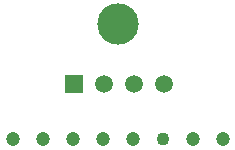
<source format=gbr>
%TF.GenerationSoftware,KiCad,Pcbnew,9.0.4*%
%TF.CreationDate,2025-09-09T11:26:37+01:00*%
%TF.ProjectId,dht11_m5stick,64687431-315f-46d3-9573-7469636b2e6b,rev?*%
%TF.SameCoordinates,Original*%
%TF.FileFunction,Soldermask,Bot*%
%TF.FilePolarity,Negative*%
%FSLAX46Y46*%
G04 Gerber Fmt 4.6, Leading zero omitted, Abs format (unit mm)*
G04 Created by KiCad (PCBNEW 9.0.4) date 2025-09-09 11:26:37*
%MOMM*%
%LPD*%
G01*
G04 APERTURE LIST*
%ADD10R,1.500000X1.500000*%
%ADD11C,1.500000*%
%ADD12C,3.500000*%
%ADD13C,1.200000*%
%ADD14C,1.100000*%
G04 APERTURE END LIST*
D10*
%TO.C,U2*%
X129916900Y-59512200D03*
D11*
X132456900Y-59512200D03*
X134996900Y-59512200D03*
X137536900Y-59512200D03*
%TD*%
D12*
%TO.C,TP1*%
X133629400Y-54381400D03*
%TD*%
D13*
%TO.C,U1*%
X124739400Y-64160400D03*
X127279400Y-64160400D03*
X129819400Y-64160400D03*
X132359400Y-64160400D03*
X134899400Y-64160400D03*
D14*
X137439400Y-64160400D03*
D13*
X139979400Y-64160400D03*
X142519400Y-64160400D03*
%TD*%
M02*

</source>
